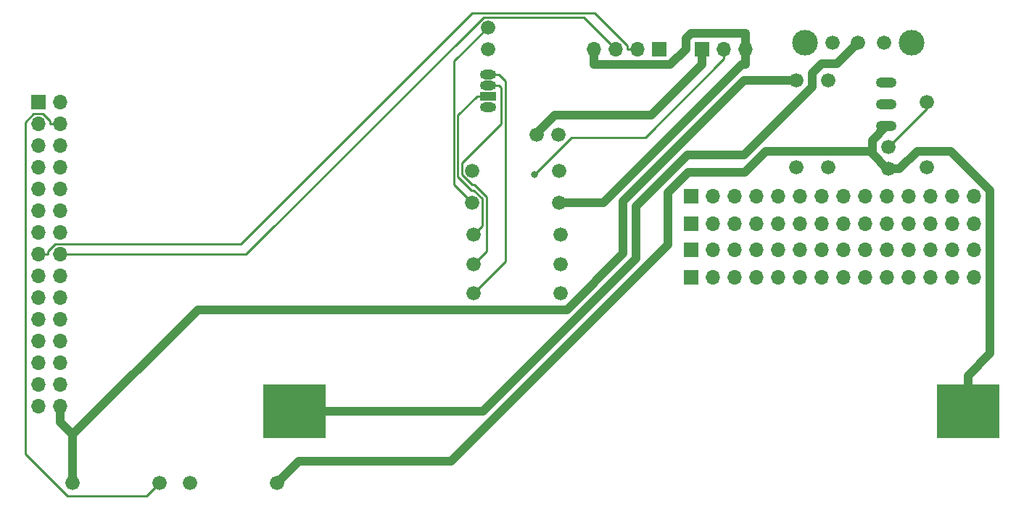
<source format=gbr>
G04 #@! TF.GenerationSoftware,KiCad,Pcbnew,(5.99.0-128-g6ff45b44c)*
G04 #@! TF.CreationDate,2019-09-15T18:53:50+09:00*
G04 #@! TF.ProjectId,M5_board,4d355f62-6f61-4726-942e-6b696361645f,rev?*
G04 #@! TF.SameCoordinates,Original*
G04 #@! TF.FileFunction,Copper,L2,Bot*
G04 #@! TF.FilePolarity,Positive*
%FSLAX46Y46*%
G04 Gerber Fmt 4.6, Leading zero omitted, Abs format (unit mm)*
G04 Created by KiCad (PCBNEW (5.99.0-128-g6ff45b44c)) date 2019-09-15 18:53:50*
%MOMM*%
%LPD*%
G04 APERTURE LIST*
%ADD10O,1.700000X1.700000*%
%ADD11R,1.700000X1.700000*%
%ADD12C,1.676400*%
%ADD13O,1.905000X1.117600*%
%ADD14R,1.905000X1.117600*%
%ADD15O,2.438400X1.219200*%
%ADD16C,3.000000*%
%ADD17R,7.340000X6.350000*%
%ADD18C,0.800000*%
%ADD19C,0.250000*%
%ADD20C,1.000000*%
G04 APERTURE END LIST*
D10*
X203020000Y-90500000D03*
X200480000Y-90500000D03*
X197940000Y-90500000D03*
X195400000Y-90500000D03*
X192860000Y-90500000D03*
X190320000Y-90500000D03*
X187780000Y-90500000D03*
X185240000Y-90500000D03*
X182700000Y-90500000D03*
X180160000Y-90500000D03*
X177620000Y-90500000D03*
X175080000Y-90500000D03*
X172540000Y-90500000D03*
D11*
X170000000Y-90500000D03*
D10*
X203020000Y-93700000D03*
X200480000Y-93700000D03*
X197940000Y-93700000D03*
X195400000Y-93700000D03*
X192860000Y-93700000D03*
X190320000Y-93700000D03*
X187780000Y-93700000D03*
X185240000Y-93700000D03*
X182700000Y-93700000D03*
X180160000Y-93700000D03*
X177620000Y-93700000D03*
X175080000Y-93700000D03*
X172540000Y-93700000D03*
D11*
X170000000Y-93700000D03*
D10*
X203020000Y-96750000D03*
X200480000Y-96750000D03*
X197940000Y-96750000D03*
X195400000Y-96750000D03*
X192860000Y-96750000D03*
X190320000Y-96750000D03*
X187780000Y-96750000D03*
X185240000Y-96750000D03*
X182700000Y-96750000D03*
X180160000Y-96750000D03*
X177620000Y-96750000D03*
X175080000Y-96750000D03*
X172540000Y-96750000D03*
D11*
X170000000Y-96750000D03*
D10*
X203020000Y-100000000D03*
X200480000Y-100000000D03*
X197940000Y-100000000D03*
X195400000Y-100000000D03*
X192860000Y-100000000D03*
X190320000Y-100000000D03*
X187780000Y-100000000D03*
X185240000Y-100000000D03*
X182700000Y-100000000D03*
X180160000Y-100000000D03*
X177620000Y-100000000D03*
X175080000Y-100000000D03*
X172540000Y-100000000D03*
D11*
X170000000Y-100000000D03*
D12*
X121660000Y-124000000D03*
X111500000Y-124000000D03*
X107910000Y-124000000D03*
X97750000Y-124000000D03*
X182250000Y-87080000D03*
X182250000Y-76920000D03*
X151980000Y-83250000D03*
X154520000Y-83250000D03*
X154717000Y-94990800D03*
X144557000Y-94990800D03*
X154717000Y-98420800D03*
X144557000Y-98420800D03*
X154717000Y-101850800D03*
X144557000Y-101850800D03*
D13*
X146250000Y-76230000D03*
X146250000Y-77500000D03*
D14*
X146250000Y-78770000D03*
D13*
X146250000Y-80040000D03*
D15*
X192750000Y-77210000D03*
X192750000Y-82290000D03*
X192750000Y-79750000D03*
D12*
X186500000Y-72500000D03*
X192500000Y-72500000D03*
D16*
X195750000Y-72500000D03*
X183250000Y-72500000D03*
D12*
X189500000Y-72500000D03*
X186000000Y-76920000D03*
X186000000Y-87080000D03*
X144420000Y-91250000D03*
X154580000Y-91250000D03*
X154580000Y-87500000D03*
X144420000Y-87500000D03*
D10*
X158630000Y-73250000D03*
X161170000Y-73250000D03*
X163710000Y-73250000D03*
D11*
X166250000Y-73250000D03*
D10*
X176330000Y-73250000D03*
X173790000Y-73250000D03*
D11*
X171250000Y-73250000D03*
D10*
X96290000Y-115060000D03*
X93750000Y-115060000D03*
X96290000Y-112520000D03*
X93750000Y-112520000D03*
X96290000Y-109980000D03*
X93750000Y-109980000D03*
X96290000Y-107440000D03*
X93750000Y-107440000D03*
X96290000Y-104900000D03*
X93750000Y-104900000D03*
X96290000Y-102360000D03*
X93750000Y-102360000D03*
X96290000Y-99820000D03*
X93750000Y-99820000D03*
X96290000Y-97280000D03*
X93750000Y-97280000D03*
X96290000Y-94740000D03*
X93750000Y-94740000D03*
X96290000Y-92200000D03*
X93750000Y-92200000D03*
X96290000Y-89660000D03*
X93750000Y-89660000D03*
X96290000Y-87120000D03*
X93750000Y-87120000D03*
X96290000Y-84580000D03*
X93750000Y-84580000D03*
X96290000Y-82040000D03*
X93750000Y-82040000D03*
X96290000Y-79500000D03*
D11*
X93750000Y-79500000D03*
D12*
X197500000Y-87060000D03*
X197500000Y-79440000D03*
X146250000Y-73270000D03*
X146250000Y-70730000D03*
X193000000Y-87270000D03*
X193000000Y-84730000D03*
D17*
X202330000Y-115645000D03*
X123670000Y-115645000D03*
D18*
X151667900Y-87945000D03*
D19*
X95114700Y-81672600D02*
X95114700Y-82040000D01*
X94306800Y-80864700D02*
X95114700Y-81672600D01*
X93233000Y-80864700D02*
X94306800Y-80864700D01*
X92274300Y-81823400D02*
X93233000Y-80864700D01*
X92274300Y-120605100D02*
X92274300Y-81823400D01*
X97182300Y-125513100D02*
X92274300Y-120605100D01*
X106396900Y-125513100D02*
X97182300Y-125513100D01*
X107910000Y-124000000D02*
X106396900Y-125513100D01*
X96290000Y-82040000D02*
X95114700Y-82040000D01*
X146250000Y-78770000D02*
X144972200Y-78770000D01*
X145590600Y-93957200D02*
X144557000Y-94990800D01*
X145590600Y-90747000D02*
X145590600Y-93957200D01*
X144614800Y-89771200D02*
X145590600Y-90747000D01*
X144376000Y-89771200D02*
X144614800Y-89771200D01*
X142757300Y-88152500D02*
X144376000Y-89771200D01*
X142757300Y-80984900D02*
X142757300Y-88152500D01*
X144972200Y-78770000D02*
X142757300Y-80984900D01*
X146078100Y-96899700D02*
X144557000Y-98420800D01*
X146078100Y-90567700D02*
X146078100Y-96899700D01*
X144672000Y-89161600D02*
X146078100Y-90567700D01*
X144403300Y-89161600D02*
X144672000Y-89161600D01*
X143207600Y-87965900D02*
X144403300Y-89161600D01*
X143207600Y-86625000D02*
X143207600Y-87965900D01*
X147833000Y-81999600D02*
X143207600Y-86625000D01*
X147833000Y-77805200D02*
X147833000Y-81999600D01*
X147527800Y-77500000D02*
X147833000Y-77805200D01*
X146250000Y-77500000D02*
X147527800Y-77500000D01*
X148296400Y-98111400D02*
X144557000Y-101850800D01*
X148296400Y-76998600D02*
X148296400Y-98111400D01*
X147527800Y-76230000D02*
X148296400Y-76998600D01*
X146250000Y-76230000D02*
X147527800Y-76230000D01*
D20*
X167550500Y-75100300D02*
X158630000Y-75100300D01*
X169399600Y-73251200D02*
X167550500Y-75100300D01*
X169399600Y-71985800D02*
X169399600Y-73251200D01*
X169985700Y-71399700D02*
X169399600Y-71985800D01*
X176330000Y-71399700D02*
X169985700Y-71399700D01*
X158630000Y-73250000D02*
X158630000Y-75100300D01*
X176330000Y-72832900D02*
X176330000Y-71399700D01*
X176330000Y-72832900D02*
X176330000Y-73250000D01*
X176330000Y-73250000D02*
X176330000Y-75100300D01*
X159750600Y-91250000D02*
X154580000Y-91250000D01*
X175900300Y-75100300D02*
X159750600Y-91250000D01*
X176330000Y-75100300D02*
X175900300Y-75100300D01*
D19*
X93750000Y-97280000D02*
X94925300Y-97280000D01*
X163710000Y-73250000D02*
X162534700Y-73250000D01*
X94925300Y-96912600D02*
X94925300Y-97280000D01*
X95733200Y-96104700D02*
X94925300Y-96912600D01*
X117438200Y-96104700D02*
X95733200Y-96104700D01*
X144449000Y-69093900D02*
X117438200Y-96104700D01*
X158745900Y-69093900D02*
X144449000Y-69093900D01*
X162534700Y-72882700D02*
X158745900Y-69093900D01*
X162534700Y-73250000D02*
X162534700Y-72882700D01*
X118020900Y-97280000D02*
X96290000Y-97280000D01*
X145756700Y-69544200D02*
X118020900Y-97280000D01*
X157464200Y-69544200D02*
X145756700Y-69544200D01*
X161170000Y-73250000D02*
X157464200Y-69544200D01*
X156013500Y-83599400D02*
X151667900Y-87945000D01*
X164615900Y-83599400D02*
X156013500Y-83599400D01*
X173790000Y-74425300D02*
X164615900Y-83599400D01*
X173790000Y-73250000D02*
X173790000Y-74425300D01*
D20*
X96290000Y-115060000D02*
X96290000Y-116910300D01*
X96290000Y-116910300D02*
X97750000Y-118370300D01*
X97750000Y-118370300D02*
X97750000Y-124000000D01*
X112388800Y-103731500D02*
X97750000Y-118370300D01*
X155477000Y-103731500D02*
X112388800Y-103731500D01*
X162051800Y-97156700D02*
X155477000Y-103731500D01*
X162051800Y-91070500D02*
X162051800Y-97156700D01*
X176202300Y-76920000D02*
X162051800Y-91070500D01*
X182250000Y-76920000D02*
X176202300Y-76920000D01*
D19*
X142307000Y-89137000D02*
X144420000Y-91250000D01*
X142307000Y-74673000D02*
X142307000Y-89137000D01*
X146250000Y-70730000D02*
X142307000Y-74673000D01*
X197500000Y-80230000D02*
X197500000Y-79440000D01*
X193000000Y-84730000D02*
X197500000Y-80230000D01*
D20*
X145685200Y-115645000D02*
X123670000Y-115645000D01*
X163552100Y-97778100D02*
X145685200Y-115645000D01*
X163552100Y-91691900D02*
X163552100Y-97778100D01*
X169594700Y-85649300D02*
X163552100Y-91691900D01*
X176161000Y-85649300D02*
X169594700Y-85649300D01*
X184125000Y-77685300D02*
X176161000Y-85649300D01*
X184125000Y-76114500D02*
X184125000Y-77685300D01*
X185266600Y-74972900D02*
X184125000Y-76114500D01*
X187027100Y-74972900D02*
X185266600Y-74972900D01*
X189500000Y-72500000D02*
X187027100Y-74972900D01*
X202330000Y-115645000D02*
X202330000Y-111469700D01*
X194328800Y-87270000D02*
X193000000Y-87270000D01*
X196399200Y-85199600D02*
X194328800Y-87270000D01*
X200339700Y-85199600D02*
X196399200Y-85199600D01*
X204914100Y-89774000D02*
X200339700Y-85199600D01*
X204914100Y-108885600D02*
X204914100Y-89774000D01*
X202330000Y-111469700D02*
X204914100Y-108885600D01*
X151980000Y-83111200D02*
X151980000Y-83250000D01*
X154060600Y-81030600D02*
X151980000Y-83111200D01*
X165319700Y-81030600D02*
X154060600Y-81030600D01*
X171250000Y-75100300D02*
X165319700Y-81030600D01*
X171250000Y-73250000D02*
X171250000Y-75100300D01*
X178695500Y-85236700D02*
X191115500Y-85236700D01*
X176252100Y-87680100D02*
X178695500Y-85236700D01*
X169685600Y-87680100D02*
X176252100Y-87680100D01*
X167290500Y-90075200D02*
X169685600Y-87680100D01*
X167290500Y-96161600D02*
X167290500Y-90075200D01*
X142002500Y-121449600D02*
X167290500Y-96161600D01*
X124210400Y-121449600D02*
X142002500Y-121449600D01*
X121660000Y-124000000D02*
X124210400Y-121449600D01*
X191115500Y-85520800D02*
X191115500Y-85236700D01*
X192864700Y-87270000D02*
X191115500Y-85520800D01*
X193000000Y-87270000D02*
X192864700Y-87270000D01*
X191115500Y-83924500D02*
X192750000Y-82290000D01*
X191115500Y-85236700D02*
X191115500Y-83924500D01*
M02*

</source>
